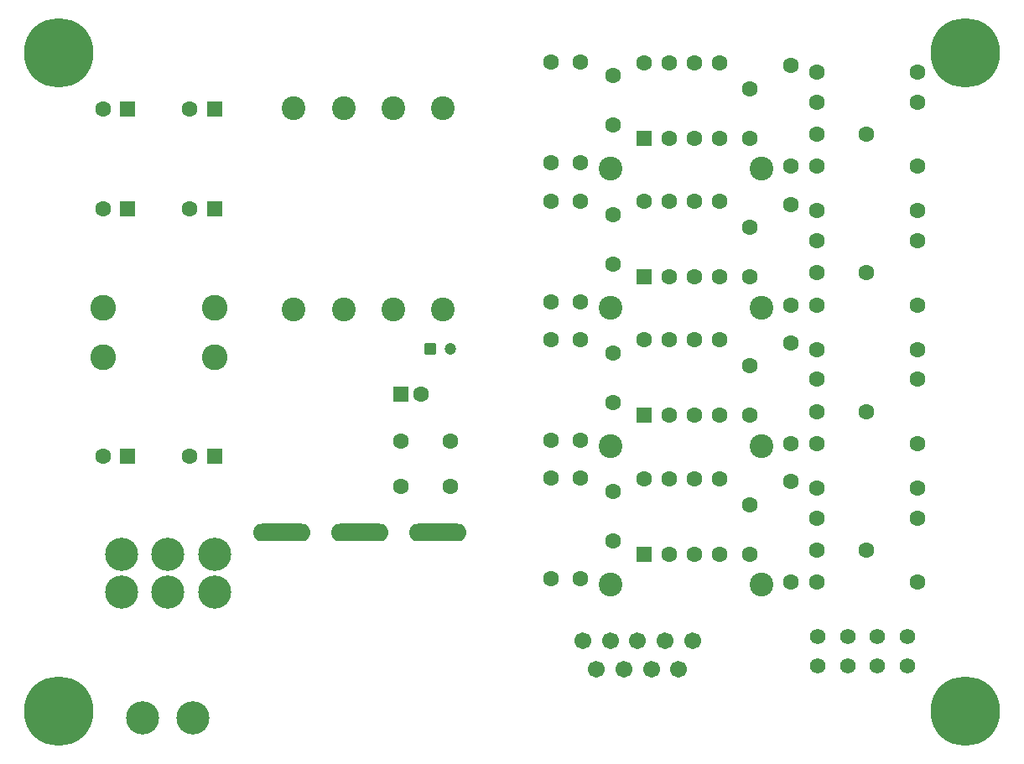
<source format=gbr>
%TF.GenerationSoftware,KiCad,Pcbnew,9.0.3*%
%TF.CreationDate,2025-07-27T17:23:19-07:00*%
%TF.ProjectId,bfieldsmaller,62666965-6c64-4736-9d61-6c6c65722e6b,rev?*%
%TF.SameCoordinates,Original*%
%TF.FileFunction,Soldermask,Bot*%
%TF.FilePolarity,Negative*%
%FSLAX46Y46*%
G04 Gerber Fmt 4.6, Leading zero omitted, Abs format (unit mm)*
G04 Created by KiCad (PCBNEW 9.0.3) date 2025-07-27 17:23:19*
%MOMM*%
%LPD*%
G01*
G04 APERTURE LIST*
G04 Aperture macros list*
%AMRoundRect*
0 Rectangle with rounded corners*
0 $1 Rounding radius*
0 $2 $3 $4 $5 $6 $7 $8 $9 X,Y pos of 4 corners*
0 Add a 4 corners polygon primitive as box body*
4,1,4,$2,$3,$4,$5,$6,$7,$8,$9,$2,$3,0*
0 Add four circle primitives for the rounded corners*
1,1,$1+$1,$2,$3*
1,1,$1+$1,$4,$5*
1,1,$1+$1,$6,$7*
1,1,$1+$1,$8,$9*
0 Add four rect primitives between the rounded corners*
20,1,$1+$1,$2,$3,$4,$5,0*
20,1,$1+$1,$4,$5,$6,$7,0*
20,1,$1+$1,$6,$7,$8,$9,0*
20,1,$1+$1,$8,$9,$2,$3,0*%
G04 Aperture macros list end*
%ADD10C,1.574800*%
%ADD11RoundRect,0.250000X0.550000X-0.550000X0.550000X0.550000X-0.550000X0.550000X-0.550000X-0.550000X0*%
%ADD12C,1.600000*%
%ADD13C,2.400000*%
%ADD14C,7.000000*%
%ADD15RoundRect,0.250000X-0.350000X-0.350000X0.350000X-0.350000X0.350000X0.350000X-0.350000X0.350000X0*%
%ADD16C,1.200000*%
%ADD17RoundRect,0.250000X-0.550000X-0.550000X0.550000X-0.550000X0.550000X0.550000X-0.550000X0.550000X0*%
%ADD18C,2.600000*%
%ADD19RoundRect,0.250000X0.550000X0.550000X-0.550000X0.550000X-0.550000X-0.550000X0.550000X-0.550000X0*%
%ADD20O,5.842000X1.778000*%
%ADD21C,3.350000*%
%ADD22C,1.701800*%
G04 APERTURE END LIST*
D10*
%TO.C,J2*%
X180854901Y-141197100D03*
X183854900Y-141197100D03*
X186854899Y-141197100D03*
X189854898Y-141197100D03*
X180854901Y-138197101D03*
X183854900Y-138197101D03*
X186854899Y-138197101D03*
X189854898Y-138197101D03*
%TD*%
D11*
%TO.C,U1*%
X163350000Y-87895000D03*
D12*
X165890000Y-87895000D03*
X168430000Y-87895000D03*
X170970000Y-87895000D03*
X170970000Y-80275000D03*
X168430000Y-80275000D03*
X165890000Y-80275000D03*
X163350000Y-80275000D03*
%TD*%
%TO.C,R17*%
X190910000Y-81250000D03*
X180750000Y-81250000D03*
%TD*%
D13*
%TO.C,R5*%
X175160000Y-91000000D03*
X159920000Y-91000000D03*
%TD*%
D12*
%TO.C,R25*%
X190910000Y-90750000D03*
X180750000Y-90750000D03*
%TD*%
%TO.C,R18*%
X180750000Y-84250000D03*
X190910000Y-84250000D03*
%TD*%
%TO.C,C12*%
X173970000Y-82895000D03*
X173970000Y-87895000D03*
%TD*%
%TO.C,R9*%
X156910000Y-80250000D03*
X156910000Y-90410000D03*
%TD*%
%TO.C,C13*%
X180750000Y-87500000D03*
X185750000Y-87500000D03*
%TD*%
%TO.C,R1*%
X153910000Y-90410000D03*
X153910000Y-80250000D03*
%TD*%
%TO.C,C11*%
X160160000Y-81590000D03*
X160160000Y-86590000D03*
%TD*%
%TO.C,R13*%
X178160000Y-80590000D03*
X178160000Y-90750000D03*
%TD*%
D14*
%TO.C,H1*%
X104250000Y-79250000D03*
%TD*%
%TO.C,H2*%
X195750000Y-79250000D03*
%TD*%
%TO.C,H3*%
X104250000Y-145750000D03*
%TD*%
%TO.C,H4*%
X195750000Y-145750000D03*
%TD*%
D15*
%TO.C,C10*%
X141750000Y-109190000D03*
D16*
X143750000Y-109190000D03*
%TD*%
D12*
%TO.C,C9*%
X140750000Y-113750000D03*
D17*
X138750000Y-113750000D03*
%TD*%
D12*
%TO.C,C7*%
X143750000Y-123060000D03*
X138750000Y-123060000D03*
%TD*%
%TO.C,C8*%
X143750000Y-118500000D03*
X138750000Y-118500000D03*
%TD*%
D13*
%TO.C,R31*%
X138000000Y-105160000D03*
X138000000Y-84840000D03*
%TD*%
%TO.C,R29*%
X127960000Y-105160000D03*
X127960000Y-84840000D03*
%TD*%
%TO.C,R30*%
X133000000Y-105160000D03*
X133000000Y-84840000D03*
%TD*%
%TO.C,R32*%
X143000000Y-105160000D03*
X143000000Y-84840000D03*
%TD*%
D18*
%TO.C,L2*%
X119932380Y-105000000D03*
X119932380Y-110000000D03*
%TD*%
%TO.C,L1*%
X108682380Y-110000000D03*
X108682380Y-105000000D03*
%TD*%
D19*
%TO.C,C5*%
X111182380Y-95000000D03*
D12*
X108682380Y-95000000D03*
%TD*%
D19*
%TO.C,C2*%
X119932380Y-95000000D03*
D12*
X117432380Y-95000000D03*
%TD*%
D19*
%TO.C,C3*%
X119932380Y-85000000D03*
D12*
X117432380Y-85000000D03*
%TD*%
%TO.C,R24*%
X180750000Y-126250000D03*
X190910000Y-126250000D03*
%TD*%
%TO.C,R4*%
X153910000Y-132410000D03*
X153910000Y-122250000D03*
%TD*%
%TO.C,R28*%
X190910000Y-132750000D03*
X180750000Y-132750000D03*
%TD*%
%TO.C,U7*%
X163350000Y-122275000D03*
X165890000Y-122275000D03*
X168430000Y-122275000D03*
X170970000Y-122275000D03*
X170970000Y-129895000D03*
X168430000Y-129895000D03*
X165890000Y-129895000D03*
D11*
X163350000Y-129895000D03*
%TD*%
D12*
%TO.C,R16*%
X178160000Y-132750000D03*
X178160000Y-122590000D03*
%TD*%
%TO.C,C21*%
X173970000Y-124895000D03*
X173970000Y-129895000D03*
%TD*%
%TO.C,R12*%
X156910000Y-122250000D03*
X156910000Y-132410000D03*
%TD*%
D13*
%TO.C,R8*%
X175160000Y-133000000D03*
X159920000Y-133000000D03*
%TD*%
D12*
%TO.C,R23*%
X190910000Y-123250000D03*
X180750000Y-123250000D03*
%TD*%
%TO.C,C20*%
X160160000Y-123590000D03*
X160160000Y-128590000D03*
%TD*%
%TO.C,C22*%
X185750000Y-129500000D03*
X180750000Y-129500000D03*
%TD*%
D13*
%TO.C,R6*%
X159920000Y-105000000D03*
X175160000Y-105000000D03*
%TD*%
D12*
%TO.C,C16*%
X180750000Y-101500000D03*
X185750000Y-101500000D03*
%TD*%
%TO.C,R20*%
X180750000Y-98250000D03*
X190910000Y-98250000D03*
%TD*%
%TO.C,R10*%
X156910000Y-104410000D03*
X156910000Y-94250000D03*
%TD*%
%TO.C,C14*%
X160160000Y-95590000D03*
X160160000Y-100590000D03*
%TD*%
%TO.C,R2*%
X153910000Y-94250000D03*
X153910000Y-104410000D03*
%TD*%
D11*
%TO.C,U3*%
X163350000Y-101895000D03*
D12*
X165890000Y-101895000D03*
X168430000Y-101895000D03*
X170970000Y-101895000D03*
X170970000Y-94275000D03*
X168430000Y-94275000D03*
X165890000Y-94275000D03*
X163350000Y-94275000D03*
%TD*%
%TO.C,C15*%
X173970000Y-101895000D03*
X173970000Y-96895000D03*
%TD*%
%TO.C,R19*%
X180750000Y-95250000D03*
X190910000Y-95250000D03*
%TD*%
%TO.C,R26*%
X180750000Y-104750000D03*
X190910000Y-104750000D03*
%TD*%
%TO.C,R14*%
X178160000Y-94590000D03*
X178160000Y-104750000D03*
%TD*%
%TO.C,R27*%
X190910000Y-118750000D03*
X180750000Y-118750000D03*
%TD*%
%TO.C,R22*%
X190910000Y-112250000D03*
X180750000Y-112250000D03*
%TD*%
D13*
%TO.C,R7*%
X159920000Y-119000000D03*
X175160000Y-119000000D03*
%TD*%
D12*
%TO.C,C17*%
X160160000Y-114590000D03*
X160160000Y-109590000D03*
%TD*%
%TO.C,R15*%
X178160000Y-118750000D03*
X178160000Y-108590000D03*
%TD*%
%TO.C,C18*%
X173970000Y-115895000D03*
X173970000Y-110895000D03*
%TD*%
%TO.C,R3*%
X153910000Y-108250000D03*
X153910000Y-118410000D03*
%TD*%
%TO.C,R21*%
X190910000Y-109250000D03*
X180750000Y-109250000D03*
%TD*%
%TO.C,U5*%
X163350000Y-108275000D03*
X165890000Y-108275000D03*
X168430000Y-108275000D03*
X170970000Y-108275000D03*
X170970000Y-115895000D03*
X168430000Y-115895000D03*
X165890000Y-115895000D03*
D11*
X163350000Y-115895000D03*
%TD*%
D12*
%TO.C,C19*%
X185750000Y-115500000D03*
X180750000Y-115500000D03*
%TD*%
%TO.C,R11*%
X156910000Y-118410000D03*
X156910000Y-108250000D03*
%TD*%
%TO.C,C4*%
X108682380Y-120000000D03*
D19*
X111182380Y-120000000D03*
%TD*%
D20*
%TO.C,U11*%
X126724000Y-127728500D03*
X134600000Y-127728500D03*
X142476000Y-127728500D03*
%TD*%
D21*
%TO.C,SW2*%
X119940000Y-133765000D03*
X115250000Y-133765000D03*
X110560000Y-133765000D03*
X119940000Y-129955000D03*
X115250000Y-129955000D03*
X110560000Y-129955000D03*
X112710000Y-146465000D03*
X117790000Y-146465000D03*
%TD*%
D12*
%TO.C,C6*%
X108682380Y-85000000D03*
D19*
X111182380Y-85000000D03*
%TD*%
D12*
%TO.C,C1*%
X117432380Y-120000000D03*
D19*
X119932380Y-120000000D03*
%TD*%
D22*
%TO.C,J1*%
X168190100Y-138655200D03*
X165421500Y-138655200D03*
X162652900Y-138655200D03*
X159884300Y-138655200D03*
X157115700Y-138655200D03*
X166805800Y-141500000D03*
X164037200Y-141500000D03*
X161268600Y-141500000D03*
X158500000Y-141500000D03*
%TD*%
M02*

</source>
